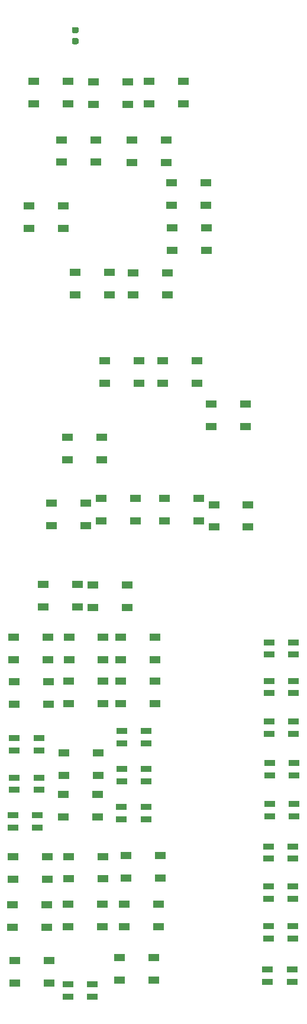
<source format=gbr>
%TF.GenerationSoftware,KiCad,Pcbnew,(5.1.12-1-10_14)*%
%TF.CreationDate,2021-11-21T12:04:54+11:00*%
%TF.ProjectId,SPIN RCV Panel PCB V1,5350494e-2052-4435-9620-50616e656c20,rev?*%
%TF.SameCoordinates,Original*%
%TF.FileFunction,Paste,Top*%
%TF.FilePolarity,Positive*%
%FSLAX46Y46*%
G04 Gerber Fmt 4.6, Leading zero omitted, Abs format (unit mm)*
G04 Created by KiCad (PCBNEW (5.1.12-1-10_14)) date 2021-11-21 12:04:54*
%MOMM*%
%LPD*%
G01*
G04 APERTURE LIST*
%ADD10R,1.600000X0.850000*%
%ADD11R,1.500000X1.000000*%
G04 APERTURE END LIST*
D10*
%TO.C,D53*%
X270058000Y-155600000D03*
X270058000Y-157350000D03*
X273558000Y-155600000D03*
X273558000Y-157350000D03*
%TD*%
%TO.C,D51*%
X241494000Y-157722000D03*
X241494000Y-159472000D03*
X244994000Y-157722000D03*
X244994000Y-159472000D03*
%TD*%
%TO.C,D49*%
X270196000Y-149442000D03*
X270196000Y-151192000D03*
X273696000Y-149442000D03*
X273696000Y-151192000D03*
%TD*%
%TO.C,D45*%
X270208000Y-143727000D03*
X270208000Y-145477000D03*
X273708000Y-143727000D03*
X273708000Y-145477000D03*
%TD*%
%TO.C,D44*%
X270222000Y-138037000D03*
X270222000Y-139787000D03*
X273722000Y-138037000D03*
X273722000Y-139787000D03*
%TD*%
%TO.C,D40*%
X270360000Y-131967000D03*
X270360000Y-133717000D03*
X273860000Y-131967000D03*
X273860000Y-133717000D03*
%TD*%
%TO.C,D39*%
X249154000Y-132410000D03*
X249154000Y-134160000D03*
X252654000Y-132410000D03*
X252654000Y-134160000D03*
%TD*%
%TO.C,D37*%
X233618000Y-133592000D03*
X233618000Y-135342000D03*
X237118000Y-133592000D03*
X237118000Y-135342000D03*
%TD*%
%TO.C,D36*%
X270337000Y-126162000D03*
X270337000Y-127912000D03*
X273837000Y-126162000D03*
X273837000Y-127912000D03*
%TD*%
%TO.C,D35*%
X249179000Y-126975000D03*
X249179000Y-128725000D03*
X252679000Y-126975000D03*
X252679000Y-128725000D03*
%TD*%
%TO.C,D34*%
X233823000Y-128208000D03*
X233823000Y-129958000D03*
X237323000Y-128208000D03*
X237323000Y-129958000D03*
%TD*%
%TO.C,D33*%
X270287000Y-120193000D03*
X270287000Y-121943000D03*
X273787000Y-120193000D03*
X273787000Y-121943000D03*
%TD*%
%TO.C,D32*%
X249205000Y-121539000D03*
X249205000Y-123289000D03*
X252705000Y-121539000D03*
X252705000Y-123289000D03*
%TD*%
%TO.C,D30*%
X233838000Y-122580000D03*
X233838000Y-124330000D03*
X237338000Y-122580000D03*
X237338000Y-124330000D03*
%TD*%
%TO.C,D29*%
X270256000Y-114402000D03*
X270256000Y-116152000D03*
X273756000Y-114402000D03*
X273756000Y-116152000D03*
%TD*%
%TO.C,D25*%
X270300000Y-108900000D03*
X270300000Y-110650000D03*
X273800000Y-108900000D03*
X273800000Y-110650000D03*
%TD*%
%TO.C,R1*%
G36*
G01*
X242288750Y-22676600D02*
X242801250Y-22676600D01*
G75*
G02*
X243020000Y-22895350I0J-218750D01*
G01*
X243020000Y-23332850D01*
G75*
G02*
X242801250Y-23551600I-218750J0D01*
G01*
X242288750Y-23551600D01*
G75*
G02*
X242070000Y-23332850I0J218750D01*
G01*
X242070000Y-22895350D01*
G75*
G02*
X242288750Y-22676600I218750J0D01*
G01*
G37*
G36*
G01*
X242288750Y-21101600D02*
X242801250Y-21101600D01*
G75*
G02*
X243020000Y-21320350I0J-218750D01*
G01*
X243020000Y-21757850D01*
G75*
G02*
X242801250Y-21976600I-218750J0D01*
G01*
X242288750Y-21976600D01*
G75*
G02*
X242070000Y-21757850I0J218750D01*
G01*
X242070000Y-21320350D01*
G75*
G02*
X242288750Y-21101600I218750J0D01*
G01*
G37*
%TD*%
D11*
%TO.C,D52*%
X248897000Y-153924000D03*
X248897000Y-157124000D03*
X253797000Y-153924000D03*
X253797000Y-157124000D03*
%TD*%
%TO.C,D50*%
X233858000Y-154305000D03*
X233858000Y-157505000D03*
X238758000Y-154305000D03*
X238758000Y-157505000D03*
%TD*%
%TO.C,D48*%
X249532000Y-146304000D03*
X249532000Y-149504000D03*
X254432000Y-146304000D03*
X254432000Y-149504000D03*
%TD*%
%TO.C,D47*%
X241531000Y-146304000D03*
X241531000Y-149504000D03*
X246431000Y-146304000D03*
X246431000Y-149504000D03*
%TD*%
%TO.C,D46*%
X233578000Y-146381000D03*
X233578000Y-149581000D03*
X238478000Y-146381000D03*
X238478000Y-149581000D03*
%TD*%
%TO.C,D43*%
X249797000Y-139370000D03*
X249797000Y-142570000D03*
X254697000Y-139370000D03*
X254697000Y-142570000D03*
%TD*%
%TO.C,D42*%
X241630000Y-139471000D03*
X241630000Y-142671000D03*
X246530000Y-139471000D03*
X246530000Y-142671000D03*
%TD*%
%TO.C,D41*%
X233631000Y-139522000D03*
X233631000Y-142722000D03*
X238531000Y-139522000D03*
X238531000Y-142722000D03*
%TD*%
%TO.C,D38*%
X240800000Y-130600000D03*
X240800000Y-133800000D03*
X245700000Y-130600000D03*
X245700000Y-133800000D03*
%TD*%
%TO.C,D31*%
X240900000Y-124700000D03*
X240900000Y-127900000D03*
X245800000Y-124700000D03*
X245800000Y-127900000D03*
%TD*%
%TO.C,D28*%
X249024000Y-114453000D03*
X249024000Y-117653000D03*
X253924000Y-114453000D03*
X253924000Y-117653000D03*
%TD*%
%TO.C,D27*%
X241607000Y-114478000D03*
X241607000Y-117678000D03*
X246507000Y-114478000D03*
X246507000Y-117678000D03*
%TD*%
%TO.C,D26*%
X233784000Y-114503000D03*
X233784000Y-117703000D03*
X238684000Y-114503000D03*
X238684000Y-117703000D03*
%TD*%
%TO.C,D24*%
X249049000Y-108179000D03*
X249049000Y-111379000D03*
X253949000Y-108179000D03*
X253949000Y-111379000D03*
%TD*%
%TO.C,D23*%
X241644000Y-108179000D03*
X241644000Y-111379000D03*
X246544000Y-108179000D03*
X246544000Y-111379000D03*
%TD*%
%TO.C,D22*%
X233758000Y-108179000D03*
X233758000Y-111379000D03*
X238658000Y-108179000D03*
X238658000Y-111379000D03*
%TD*%
%TO.C,D21*%
X245061000Y-100711000D03*
X245061000Y-103911000D03*
X249961000Y-100711000D03*
X249961000Y-103911000D03*
%TD*%
%TO.C,D20*%
X237975000Y-100660000D03*
X237975000Y-103860000D03*
X242875000Y-100660000D03*
X242875000Y-103860000D03*
%TD*%
%TO.C,D19*%
X241452000Y-79654400D03*
X241452000Y-82854400D03*
X246352000Y-79654400D03*
X246352000Y-82854400D03*
%TD*%
%TO.C,D18*%
X239143000Y-89027000D03*
X239143000Y-92227000D03*
X244043000Y-89027000D03*
X244043000Y-92227000D03*
%TD*%
%TO.C,D17*%
X246240000Y-88350000D03*
X246240000Y-91550000D03*
X251140000Y-88350000D03*
X251140000Y-91550000D03*
%TD*%
%TO.C,D16*%
X255280000Y-88350000D03*
X255280000Y-91550000D03*
X260180000Y-88350000D03*
X260180000Y-91550000D03*
%TD*%
%TO.C,D15*%
X262384000Y-89255600D03*
X262384000Y-92455600D03*
X267284000Y-89255600D03*
X267284000Y-92455600D03*
%TD*%
%TO.C,D14*%
X262029000Y-74904600D03*
X262029000Y-78104600D03*
X266929000Y-74904600D03*
X266929000Y-78104600D03*
%TD*%
%TO.C,D13*%
X255094000Y-68732400D03*
X255094000Y-71932400D03*
X259994000Y-68732400D03*
X259994000Y-71932400D03*
%TD*%
%TO.C,D12*%
X246763000Y-68707000D03*
X246763000Y-71907000D03*
X251663000Y-68707000D03*
X251663000Y-71907000D03*
%TD*%
%TO.C,D11*%
X235917000Y-46659800D03*
X235917000Y-49859800D03*
X240817000Y-46659800D03*
X240817000Y-49859800D03*
%TD*%
%TO.C,D10*%
X242494000Y-56134000D03*
X242494000Y-59334000D03*
X247394000Y-56134000D03*
X247394000Y-59334000D03*
%TD*%
%TO.C,D9*%
X250853000Y-56159800D03*
X250853000Y-59359800D03*
X255753000Y-56159800D03*
X255753000Y-59359800D03*
%TD*%
%TO.C,D8*%
X256388000Y-49733600D03*
X256388000Y-52933600D03*
X261288000Y-49733600D03*
X261288000Y-52933600D03*
%TD*%
%TO.C,D7*%
X256325000Y-43332600D03*
X256325000Y-46532600D03*
X261225000Y-43332600D03*
X261225000Y-46532600D03*
%TD*%
%TO.C,D6*%
X250649000Y-37236800D03*
X250649000Y-40436800D03*
X255549000Y-37236800D03*
X255549000Y-40436800D03*
%TD*%
%TO.C,D5*%
X240616000Y-37185600D03*
X240616000Y-40385600D03*
X245516000Y-37185600D03*
X245516000Y-40385600D03*
%TD*%
%TO.C,D4*%
X253139000Y-28880200D03*
X253139000Y-32080200D03*
X258039000Y-28880200D03*
X258039000Y-32080200D03*
%TD*%
%TO.C,D3*%
X245161000Y-28905600D03*
X245161000Y-32105600D03*
X250061000Y-28905600D03*
X250061000Y-32105600D03*
%TD*%
%TO.C,D2*%
X236601000Y-28879800D03*
X236601000Y-32079800D03*
X241501000Y-28879800D03*
X241501000Y-32079800D03*
%TD*%
M02*

</source>
